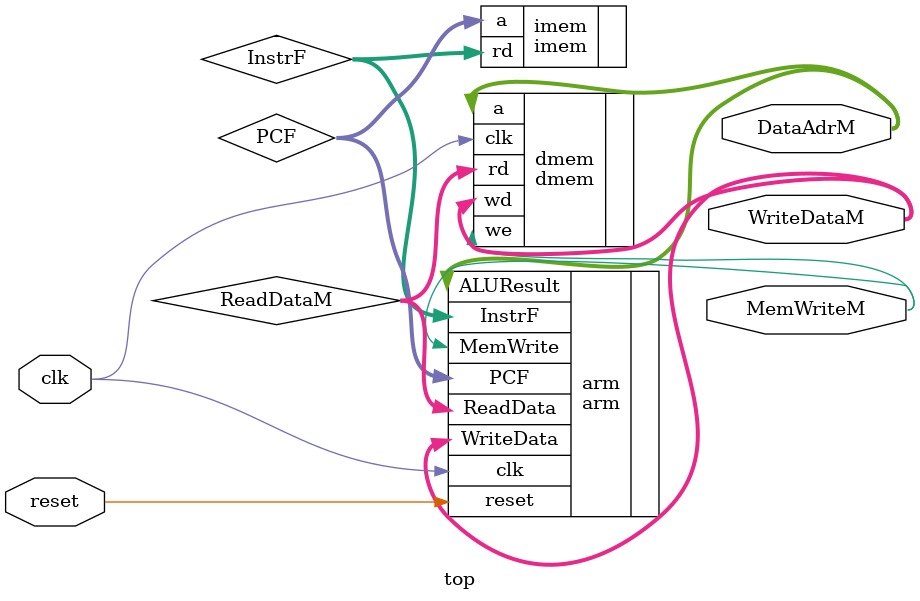
<source format=v>
module top (
	clk,
	reset,
	WriteDataM,
	DataAdrM,
	MemWriteM
);
	input wire clk;
	input wire reset;
	output wire [31:0] WriteDataM;
	output wire [31:0] DataAdrM;
	output wire MemWriteM;
	wire [31:0] PCF;
	wire [31:0] InstrF;
	wire [31:0] ReadDataM;
	arm arm(
		.clk(clk),
		.reset(reset),
		.PCF(PCF),
		.InstrF(InstrF),
		.MemWrite(MemWriteM),
		.ALUResult(DataAdrM),
		.WriteData(WriteDataM),
		.ReadData(ReadDataM)
	);
	imem imem(
		.a(PCF),
		.rd(InstrF)
	);
	dmem dmem(
		.clk(clk),
		.we(MemWriteM),
		.a(DataAdrM),
		.wd(WriteDataM),
		.rd(ReadDataM)
	);
endmodule
</source>
